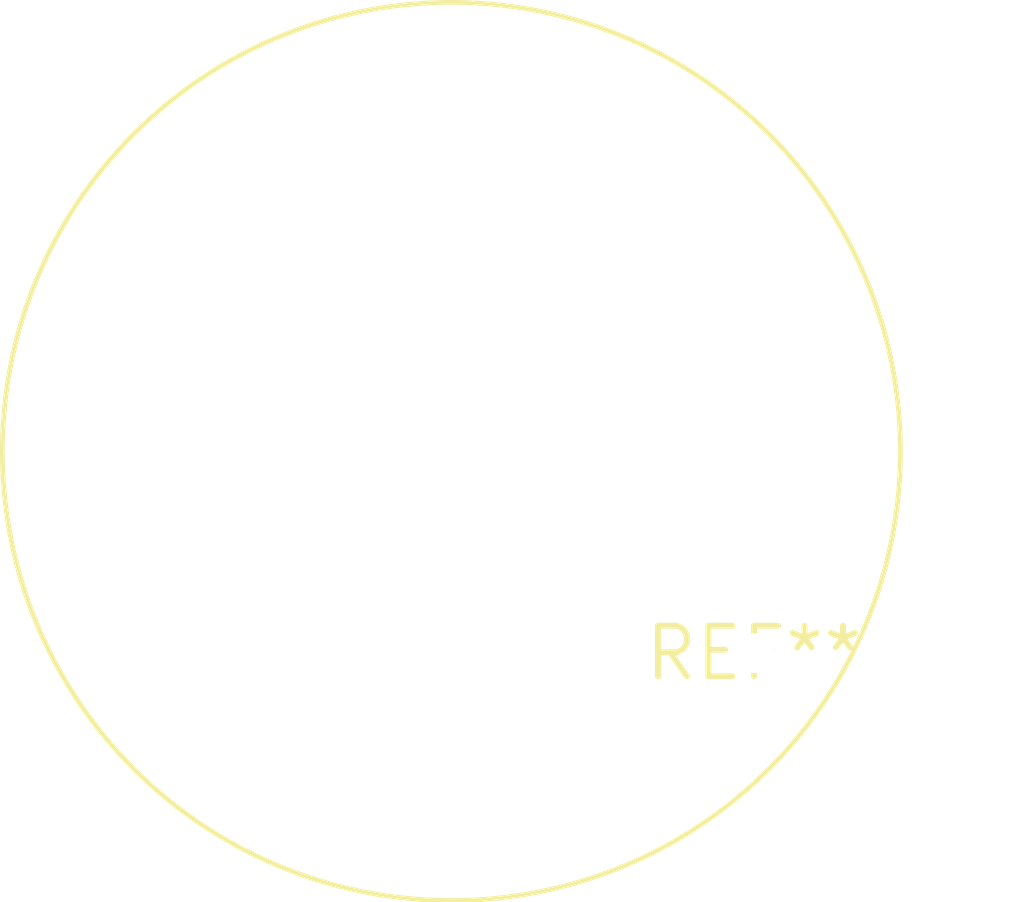
<source format=kicad_pcb>
(kicad_pcb (version 20240108) (generator pcbnew)
  (layers (0 "F.Cu" signal) (31 "B.Cu" signal) (34 "B.Paste" user) (35 "F.Paste" user) (36 "B.SilkS" user "B.Silkscreen") (37 "F.SilkS" user "F.Silkscreen") (38 "B.Mask" user) (39 "F.Mask" user) (44 "Edge.Cuts" user))
  (net 0 "")
  (footprint "Valve_Noval_P" (layer "F.Cu") (at 0 0)
    (property "Reference" "REF**")
    (property "Value" "Valve_Noval_P")
    (fp_circle (center -7.62 -5.08) (end 1.63 1.42) (layer "F.SilkS") (stroke (width 0.12)) (fill none))
    (pad "1" thru_hole rect (at 0 0) (size 2.54 2.54) (drill 1) (layers *.Cu *.Mask) (remove_unused_layers))
    (pad "2" thru_hole circle (at 0 -5.08) (size 2.54 2.54) (drill 1) (layers *.Cu *.Mask) (remove_unused_layers))
    (pad "3" thru_hole circle (at 0 -10.16) (size 2.54 2.54) (drill 1) (layers *.Cu *.Mask) (remove_unused_layers))
    (pad "4" thru_hole circle (at -5.08 -12.7) (size 2.54 2.54) (drill 1) (layers *.Cu *.Mask) (remove_unused_layers))
    (pad "5" thru_hole circle (at -10.16 -12.7) (size 2.54 2.54) (drill 1) (layers *.Cu *.Mask) (remove_unused_layers))
    (pad "6" thru_hole circle (at -15.24 -10.16) (size 2.54 2.54) (drill 1) (layers *.Cu *.Mask) (remove_unused_layers))
    (pad "7" thru_hole circle (at -15.24 -5.08) (size 2.54 2.54) (drill 1) (layers *.Cu *.Mask) (remove_unused_layers))
    (pad "8" thru_hole circle (at -15.24 0) (size 2.54 2.54) (drill 1) (layers *.Cu *.Mask) (remove_unused_layers))
    (pad "9" thru_hole circle (at -10.16 2.54) (size 2.54 2.54) (drill 1) (layers *.Cu *.Mask) (remove_unused_layers))
  )
)
</source>
